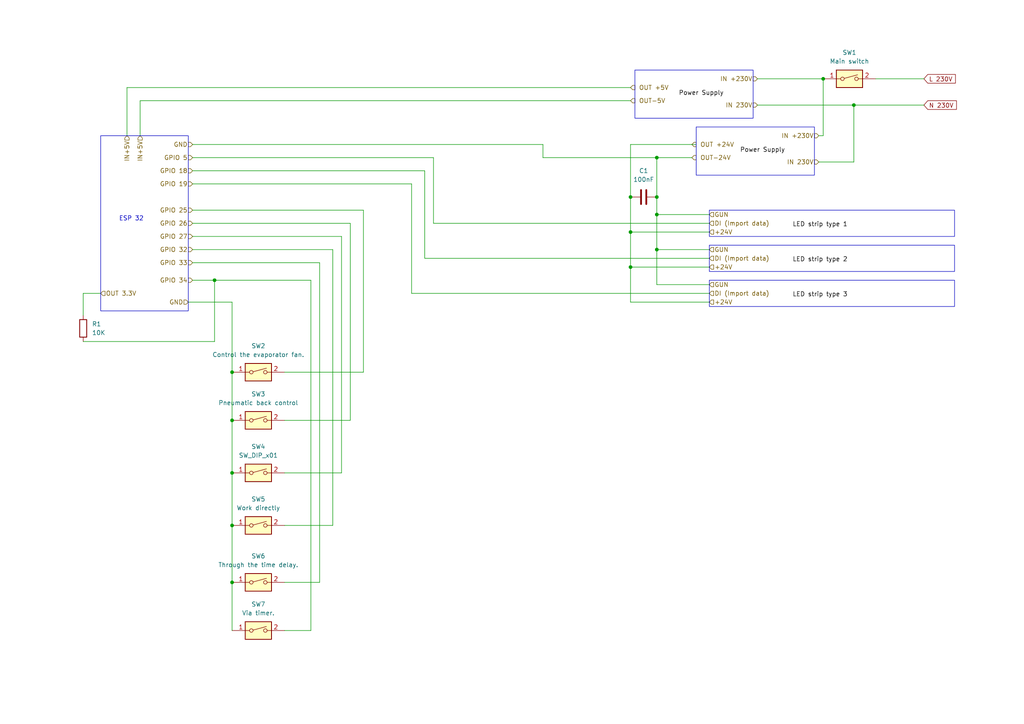
<source format=kicad_sch>
(kicad_sch
	(version 20250114)
	(generator "eeschema")
	(generator_version "9.0")
	(uuid "3c9ba3c8-1486-4435-b32a-1b4f60031999")
	(paper "A4")
	(lib_symbols
		(symbol "Device:C"
			(pin_numbers
				(hide yes)
			)
			(pin_names
				(offset 0.254)
			)
			(exclude_from_sim no)
			(in_bom yes)
			(on_board yes)
			(property "Reference" "C"
				(at 0.635 2.54 0)
				(effects
					(font
						(size 1.27 1.27)
					)
					(justify left)
				)
			)
			(property "Value" "C"
				(at 0.635 -2.54 0)
				(effects
					(font
						(size 1.27 1.27)
					)
					(justify left)
				)
			)
			(property "Footprint" ""
				(at 0.9652 -3.81 0)
				(effects
					(font
						(size 1.27 1.27)
					)
					(hide yes)
				)
			)
			(property "Datasheet" "~"
				(at 0 0 0)
				(effects
					(font
						(size 1.27 1.27)
					)
					(hide yes)
				)
			)
			(property "Description" "Unpolarized capacitor"
				(at 0 0 0)
				(effects
					(font
						(size 1.27 1.27)
					)
					(hide yes)
				)
			)
			(property "ki_keywords" "cap capacitor"
				(at 0 0 0)
				(effects
					(font
						(size 1.27 1.27)
					)
					(hide yes)
				)
			)
			(property "ki_fp_filters" "C_*"
				(at 0 0 0)
				(effects
					(font
						(size 1.27 1.27)
					)
					(hide yes)
				)
			)
			(symbol "C_0_1"
				(polyline
					(pts
						(xy -2.032 0.762) (xy 2.032 0.762)
					)
					(stroke
						(width 0.508)
						(type default)
					)
					(fill
						(type none)
					)
				)
				(polyline
					(pts
						(xy -2.032 -0.762) (xy 2.032 -0.762)
					)
					(stroke
						(width 0.508)
						(type default)
					)
					(fill
						(type none)
					)
				)
			)
			(symbol "C_1_1"
				(pin passive line
					(at 0 3.81 270)
					(length 2.794)
					(name "~"
						(effects
							(font
								(size 1.27 1.27)
							)
						)
					)
					(number "1"
						(effects
							(font
								(size 1.27 1.27)
							)
						)
					)
				)
				(pin passive line
					(at 0 -3.81 90)
					(length 2.794)
					(name "~"
						(effects
							(font
								(size 1.27 1.27)
							)
						)
					)
					(number "2"
						(effects
							(font
								(size 1.27 1.27)
							)
						)
					)
				)
			)
			(embedded_fonts no)
		)
		(symbol "Device:R"
			(pin_numbers
				(hide yes)
			)
			(pin_names
				(offset 0)
			)
			(exclude_from_sim no)
			(in_bom yes)
			(on_board yes)
			(property "Reference" "R"
				(at 2.032 0 90)
				(effects
					(font
						(size 1.27 1.27)
					)
				)
			)
			(property "Value" "R"
				(at 0 0 90)
				(effects
					(font
						(size 1.27 1.27)
					)
				)
			)
			(property "Footprint" ""
				(at -1.778 0 90)
				(effects
					(font
						(size 1.27 1.27)
					)
					(hide yes)
				)
			)
			(property "Datasheet" "~"
				(at 0 0 0)
				(effects
					(font
						(size 1.27 1.27)
					)
					(hide yes)
				)
			)
			(property "Description" "Resistor"
				(at 0 0 0)
				(effects
					(font
						(size 1.27 1.27)
					)
					(hide yes)
				)
			)
			(property "ki_keywords" "R res resistor"
				(at 0 0 0)
				(effects
					(font
						(size 1.27 1.27)
					)
					(hide yes)
				)
			)
			(property "ki_fp_filters" "R_*"
				(at 0 0 0)
				(effects
					(font
						(size 1.27 1.27)
					)
					(hide yes)
				)
			)
			(symbol "R_0_1"
				(rectangle
					(start -1.016 -2.54)
					(end 1.016 2.54)
					(stroke
						(width 0.254)
						(type default)
					)
					(fill
						(type none)
					)
				)
			)
			(symbol "R_1_1"
				(pin passive line
					(at 0 3.81 270)
					(length 1.27)
					(name "~"
						(effects
							(font
								(size 1.27 1.27)
							)
						)
					)
					(number "1"
						(effects
							(font
								(size 1.27 1.27)
							)
						)
					)
				)
				(pin passive line
					(at 0 -3.81 90)
					(length 1.27)
					(name "~"
						(effects
							(font
								(size 1.27 1.27)
							)
						)
					)
					(number "2"
						(effects
							(font
								(size 1.27 1.27)
							)
						)
					)
				)
			)
			(embedded_fonts no)
		)
		(symbol "Switch:SW_DIP_x01"
			(pin_names
				(offset 0)
				(hide yes)
			)
			(exclude_from_sim no)
			(in_bom yes)
			(on_board yes)
			(property "Reference" "SW"
				(at 0 3.81 0)
				(effects
					(font
						(size 1.27 1.27)
					)
				)
			)
			(property "Value" "SW_DIP_x01"
				(at 0 -3.81 0)
				(effects
					(font
						(size 1.27 1.27)
					)
				)
			)
			(property "Footprint" ""
				(at 0 0 0)
				(effects
					(font
						(size 1.27 1.27)
					)
					(hide yes)
				)
			)
			(property "Datasheet" "~"
				(at 0 0 0)
				(effects
					(font
						(size 1.27 1.27)
					)
					(hide yes)
				)
			)
			(property "Description" "1x DIP Switch, Single Pole Single Throw (SPST) switch, small symbol"
				(at 0 0 0)
				(effects
					(font
						(size 1.27 1.27)
					)
					(hide yes)
				)
			)
			(property "ki_keywords" "dip switch"
				(at 0 0 0)
				(effects
					(font
						(size 1.27 1.27)
					)
					(hide yes)
				)
			)
			(property "ki_fp_filters" "SW?DIP?x1*"
				(at 0 0 0)
				(effects
					(font
						(size 1.27 1.27)
					)
					(hide yes)
				)
			)
			(symbol "SW_DIP_x01_0_0"
				(circle
					(center -2.032 0)
					(radius 0.508)
					(stroke
						(width 0)
						(type default)
					)
					(fill
						(type none)
					)
				)
				(polyline
					(pts
						(xy -1.524 0.127) (xy 2.3622 1.1684)
					)
					(stroke
						(width 0)
						(type default)
					)
					(fill
						(type none)
					)
				)
				(circle
					(center 2.032 0)
					(radius 0.508)
					(stroke
						(width 0)
						(type default)
					)
					(fill
						(type none)
					)
				)
			)
			(symbol "SW_DIP_x01_0_1"
				(rectangle
					(start -3.81 2.54)
					(end 3.81 -2.54)
					(stroke
						(width 0.254)
						(type default)
					)
					(fill
						(type background)
					)
				)
			)
			(symbol "SW_DIP_x01_1_1"
				(pin passive line
					(at -7.62 0 0)
					(length 5.08)
					(name "~"
						(effects
							(font
								(size 1.27 1.27)
							)
						)
					)
					(number "1"
						(effects
							(font
								(size 1.27 1.27)
							)
						)
					)
				)
				(pin passive line
					(at 7.62 0 180)
					(length 5.08)
					(name "~"
						(effects
							(font
								(size 1.27 1.27)
							)
						)
					)
					(number "2"
						(effects
							(font
								(size 1.27 1.27)
							)
						)
					)
				)
			)
			(embedded_fonts no)
		)
	)
	(rectangle
		(start 29.21 39.37)
		(end 54.61 90.17)
		(stroke
			(width 0)
			(type default)
		)
		(fill
			(type none)
		)
		(uuid 33968942-4137-421b-8502-bc55c4e7d580)
	)
	(rectangle
		(start 184.15 20.32)
		(end 218.44 34.29)
		(stroke
			(width 0)
			(type default)
		)
		(fill
			(type none)
		)
		(uuid 51e69745-85c1-4f63-91cd-635d7395260f)
	)
	(rectangle
		(start 205.74 71.12)
		(end 276.86 78.74)
		(stroke
			(width 0)
			(type default)
		)
		(fill
			(type none)
		)
		(uuid a9cc072b-9639-466d-b10f-e06dc7ed204b)
	)
	(rectangle
		(start 205.74 81.28)
		(end 276.86 88.9)
		(stroke
			(width 0)
			(type default)
		)
		(fill
			(type none)
		)
		(uuid b0ef1977-ec14-439e-86ef-8e03b79ae8b2)
	)
	(rectangle
		(start 205.74 60.96)
		(end 276.86 68.58)
		(stroke
			(width 0)
			(type default)
		)
		(fill
			(type none)
		)
		(uuid b43179d3-fe9d-4ab9-b3bf-25ce8795254c)
	)
	(rectangle
		(start 201.93 36.83)
		(end 236.22 50.8)
		(stroke
			(width 0)
			(type default)
		)
		(fill
			(type none)
		)
		(uuid febe6514-fedf-4f13-864b-d5f2f42a4e1c)
	)
	(text "ESP 32\n"
		(exclude_from_sim no)
		(at 38.1 63.5 0)
		(effects
			(font
				(size 1.27 1.27)
			)
		)
		(uuid "b33a1c5e-d07e-4897-8b52-29f0bf803e5d")
	)
	(junction
		(at 238.76 22.86)
		(diameter 0)
		(color 0 0 0 0)
		(uuid "081c146c-412e-4626-8a3b-4f56b85d3740")
	)
	(junction
		(at 67.31 121.92)
		(diameter 0)
		(color 0 0 0 0)
		(uuid "1b973442-4dc5-4b1e-9c53-1814349e73da")
	)
	(junction
		(at 190.5 57.15)
		(diameter 0)
		(color 0 0 0 0)
		(uuid "37d111d6-8bf4-4b3b-a7ef-25e52c6e8d84")
	)
	(junction
		(at 190.5 62.23)
		(diameter 0)
		(color 0 0 0 0)
		(uuid "453702be-8b9b-4a54-951d-30ab4e2995cb")
	)
	(junction
		(at 67.31 137.16)
		(diameter 0)
		(color 0 0 0 0)
		(uuid "4a15b809-a25e-4aeb-988a-25cc87e617f5")
	)
	(junction
		(at 182.88 57.15)
		(diameter 0)
		(color 0 0 0 0)
		(uuid "4d463fce-0802-4d26-b395-fd038518da1c")
	)
	(junction
		(at 182.88 77.47)
		(diameter 0)
		(color 0 0 0 0)
		(uuid "5da33ba0-830c-4554-8815-b7100acc9cdf")
	)
	(junction
		(at 190.5 72.39)
		(diameter 0)
		(color 0 0 0 0)
		(uuid "91faeff1-b70b-4f76-9c6d-754565d1cec1")
	)
	(junction
		(at 67.31 152.4)
		(diameter 0)
		(color 0 0 0 0)
		(uuid "a6c64071-223c-4e14-9d78-5ec32584baf2")
	)
	(junction
		(at 67.31 107.95)
		(diameter 0)
		(color 0 0 0 0)
		(uuid "ab88ae81-e5b6-4813-b776-713ee83c6df4")
	)
	(junction
		(at 182.88 67.31)
		(diameter 0)
		(color 0 0 0 0)
		(uuid "c2ef351b-1b1a-45bf-aa9e-63b3e985c550")
	)
	(junction
		(at 190.5 45.72)
		(diameter 0)
		(color 0 0 0 0)
		(uuid "c34ec605-9828-44e2-957e-4c14be2d21ba")
	)
	(junction
		(at 67.31 168.91)
		(diameter 0)
		(color 0 0 0 0)
		(uuid "d277a8c1-394e-4d1e-b3ed-1db75df8a7db")
	)
	(junction
		(at 62.23 81.28)
		(diameter 0)
		(color 0 0 0 0)
		(uuid "da4fcf07-833d-4724-89ac-65ec8e34e79d")
	)
	(junction
		(at 247.65 30.48)
		(diameter 0)
		(color 0 0 0 0)
		(uuid "fb3c62c2-78d3-4a1b-9094-d1b36bcaad3e")
	)
	(wire
		(pts
			(xy 238.76 39.37) (xy 238.76 22.86)
		)
		(stroke
			(width 0)
			(type default)
		)
		(uuid "01aad095-be3f-4338-a39d-5163bceb116b")
	)
	(wire
		(pts
			(xy 62.23 99.06) (xy 62.23 81.28)
		)
		(stroke
			(width 0)
			(type default)
		)
		(uuid "06ba4dbe-8a64-4476-84c9-ea6ae0f7e897")
	)
	(wire
		(pts
			(xy 55.88 72.39) (xy 96.52 72.39)
		)
		(stroke
			(width 0)
			(type default)
		)
		(uuid "0977c41b-0c95-4811-9220-3d0aa4d15978")
	)
	(wire
		(pts
			(xy 55.88 49.53) (xy 123.19 49.53)
		)
		(stroke
			(width 0)
			(type default)
		)
		(uuid "1389e1c5-1238-4dd2-a6bc-361d31bcb9f2")
	)
	(wire
		(pts
			(xy 55.88 68.58) (xy 99.06 68.58)
		)
		(stroke
			(width 0)
			(type default)
		)
		(uuid "1606c5e6-a99e-4a80-96c7-900e677bba1e")
	)
	(wire
		(pts
			(xy 90.17 182.88) (xy 82.55 182.88)
		)
		(stroke
			(width 0)
			(type default)
		)
		(uuid "185d13ed-8b93-4942-8fa3-9d998b6530d6")
	)
	(wire
		(pts
			(xy 125.73 64.77) (xy 205.74 64.77)
		)
		(stroke
			(width 0)
			(type default)
		)
		(uuid "19b0f793-0db0-46fb-acfb-1f8e0f9eb212")
	)
	(wire
		(pts
			(xy 101.6 64.77) (xy 101.6 121.92)
		)
		(stroke
			(width 0)
			(type default)
		)
		(uuid "1da8042b-7ce2-4ad4-991d-e0e9ec40f0db")
	)
	(wire
		(pts
			(xy 54.61 87.63) (xy 67.31 87.63)
		)
		(stroke
			(width 0)
			(type default)
		)
		(uuid "2239480e-4497-4026-9ffa-37a591858b07")
	)
	(wire
		(pts
			(xy 55.88 81.28) (xy 62.23 81.28)
		)
		(stroke
			(width 0)
			(type default)
		)
		(uuid "24d84f97-026a-44f8-b995-e30caf7d1b93")
	)
	(wire
		(pts
			(xy 55.88 76.2) (xy 92.71 76.2)
		)
		(stroke
			(width 0)
			(type default)
		)
		(uuid "27a9a4a6-6b36-427a-8379-27cd69de1900")
	)
	(wire
		(pts
			(xy 247.65 30.48) (xy 267.97 30.48)
		)
		(stroke
			(width 0)
			(type default)
		)
		(uuid "2f31ea64-3fc7-490a-8a05-e424319b07ff")
	)
	(wire
		(pts
			(xy 182.88 87.63) (xy 205.74 87.63)
		)
		(stroke
			(width 0)
			(type default)
		)
		(uuid "328ac5fe-58e0-4c65-8a19-52d1853b7309")
	)
	(wire
		(pts
			(xy 190.5 62.23) (xy 190.5 72.39)
		)
		(stroke
			(width 0)
			(type default)
		)
		(uuid "36d813b7-a443-436b-9e6d-c17706895fc6")
	)
	(wire
		(pts
			(xy 190.5 82.55) (xy 205.74 82.55)
		)
		(stroke
			(width 0)
			(type default)
		)
		(uuid "3a1323cb-3f52-41ab-a534-ed373c630041")
	)
	(wire
		(pts
			(xy 92.71 76.2) (xy 92.71 168.91)
		)
		(stroke
			(width 0)
			(type default)
		)
		(uuid "3c4f0695-d01c-4abd-be77-4e5f8195e663")
	)
	(wire
		(pts
			(xy 190.5 45.72) (xy 190.5 57.15)
		)
		(stroke
			(width 0)
			(type default)
		)
		(uuid "3d130b08-cd9d-41a2-9f39-6db678f42179")
	)
	(wire
		(pts
			(xy 247.65 30.48) (xy 247.65 46.99)
		)
		(stroke
			(width 0)
			(type default)
		)
		(uuid "3df9592b-de45-4937-8bd9-a22d687cf14d")
	)
	(wire
		(pts
			(xy 40.64 29.21) (xy 40.64 39.37)
		)
		(stroke
			(width 0)
			(type default)
		)
		(uuid "403a196a-db7e-4514-b6ba-94497acd9196")
	)
	(wire
		(pts
			(xy 125.73 45.72) (xy 125.73 64.77)
		)
		(stroke
			(width 0)
			(type default)
		)
		(uuid "417a7c69-6c09-4320-81a0-32b90fa10d4f")
	)
	(wire
		(pts
			(xy 205.74 62.23) (xy 190.5 62.23)
		)
		(stroke
			(width 0)
			(type default)
		)
		(uuid "4ae74f98-b480-4907-904d-404d6d4f4a9f")
	)
	(wire
		(pts
			(xy 182.88 67.31) (xy 182.88 77.47)
		)
		(stroke
			(width 0)
			(type default)
		)
		(uuid "4c206bec-8907-4d21-90b4-3c0a436a8c6c")
	)
	(wire
		(pts
			(xy 190.5 72.39) (xy 205.74 72.39)
		)
		(stroke
			(width 0)
			(type default)
		)
		(uuid "4e0dec65-b012-4a84-8f82-8a016b7e957e")
	)
	(wire
		(pts
			(xy 157.48 45.72) (xy 157.48 41.91)
		)
		(stroke
			(width 0)
			(type default)
		)
		(uuid "5205e599-4cbc-4813-8377-03b8360384e6")
	)
	(wire
		(pts
			(xy 105.41 107.95) (xy 82.55 107.95)
		)
		(stroke
			(width 0)
			(type default)
		)
		(uuid "58d02f3d-c43c-45ea-8171-667ce4756bb8")
	)
	(wire
		(pts
			(xy 55.88 60.96) (xy 105.41 60.96)
		)
		(stroke
			(width 0)
			(type default)
		)
		(uuid "5c9e9e8f-1191-4370-ae0b-03cca3a17309")
	)
	(wire
		(pts
			(xy 96.52 72.39) (xy 96.52 152.4)
		)
		(stroke
			(width 0)
			(type default)
		)
		(uuid "5f153a8d-a97d-480b-8e04-fd3e4102f62e")
	)
	(wire
		(pts
			(xy 24.13 99.06) (xy 62.23 99.06)
		)
		(stroke
			(width 0)
			(type default)
		)
		(uuid "5f758b78-228d-44f9-904c-932d268f6a86")
	)
	(wire
		(pts
			(xy 119.38 53.34) (xy 119.38 85.09)
		)
		(stroke
			(width 0)
			(type default)
		)
		(uuid "6e648ab8-31fd-43ed-97a5-a35402fb26fa")
	)
	(wire
		(pts
			(xy 62.23 81.28) (xy 90.17 81.28)
		)
		(stroke
			(width 0)
			(type default)
		)
		(uuid "709dcb90-c462-4ddd-8f3d-67fedf425838")
	)
	(wire
		(pts
			(xy 238.76 39.37) (xy 237.49 39.37)
		)
		(stroke
			(width 0)
			(type default)
		)
		(uuid "7175a8a6-3586-4aa5-be41-e27418cbfb0d")
	)
	(wire
		(pts
			(xy 182.88 41.91) (xy 182.88 57.15)
		)
		(stroke
			(width 0)
			(type default)
		)
		(uuid "73a9c382-d8a7-428a-b897-7b8d8ad16bf9")
	)
	(wire
		(pts
			(xy 200.66 45.72) (xy 190.5 45.72)
		)
		(stroke
			(width 0)
			(type default)
		)
		(uuid "742acb3a-3d04-4968-b220-1e0dedcb1cac")
	)
	(wire
		(pts
			(xy 67.31 137.16) (xy 67.31 121.92)
		)
		(stroke
			(width 0)
			(type default)
		)
		(uuid "79693ac5-cfab-4993-a8fc-0082ba3ba904")
	)
	(wire
		(pts
			(xy 55.88 53.34) (xy 119.38 53.34)
		)
		(stroke
			(width 0)
			(type default)
		)
		(uuid "7ba3c954-ce34-416e-a817-c7880db16793")
	)
	(wire
		(pts
			(xy 55.88 45.72) (xy 125.73 45.72)
		)
		(stroke
			(width 0)
			(type default)
		)
		(uuid "7bd93ae2-66e3-4945-ba29-2d9f927705c8")
	)
	(wire
		(pts
			(xy 190.5 45.72) (xy 157.48 45.72)
		)
		(stroke
			(width 0)
			(type default)
		)
		(uuid "7cee2caf-e1a0-4140-84cf-b9e11ef7c802")
	)
	(wire
		(pts
			(xy 67.31 168.91) (xy 67.31 182.88)
		)
		(stroke
			(width 0)
			(type default)
		)
		(uuid "7ef2d54c-6933-4d0f-9576-51e5f1541fea")
	)
	(wire
		(pts
			(xy 119.38 85.09) (xy 205.74 85.09)
		)
		(stroke
			(width 0)
			(type default)
		)
		(uuid "7f8c4f4b-1e75-4d1f-b38b-2e1d393a30a3")
	)
	(wire
		(pts
			(xy 182.88 25.4) (xy 36.83 25.4)
		)
		(stroke
			(width 0)
			(type default)
		)
		(uuid "839b7cf4-9c0a-4cc9-b559-1ef9c1490c5f")
	)
	(wire
		(pts
			(xy 105.41 60.96) (xy 105.41 107.95)
		)
		(stroke
			(width 0)
			(type default)
		)
		(uuid "930b41c5-15fa-46b9-b0e2-9c94cd42e933")
	)
	(wire
		(pts
			(xy 219.71 22.86) (xy 238.76 22.86)
		)
		(stroke
			(width 0)
			(type default)
		)
		(uuid "978603bc-b506-48c5-8da1-964601ef52ce")
	)
	(wire
		(pts
			(xy 55.88 64.77) (xy 101.6 64.77)
		)
		(stroke
			(width 0)
			(type default)
		)
		(uuid "997c770f-84f3-4e9b-92a2-a5ba0790c20f")
	)
	(wire
		(pts
			(xy 157.48 41.91) (xy 55.88 41.91)
		)
		(stroke
			(width 0)
			(type default)
		)
		(uuid "9bbe3a2f-56dc-4542-a941-953069dcc664")
	)
	(wire
		(pts
			(xy 182.88 77.47) (xy 205.74 77.47)
		)
		(stroke
			(width 0)
			(type default)
		)
		(uuid "9bd24106-6ecb-4e7d-b782-6537ddff966e")
	)
	(wire
		(pts
			(xy 190.5 62.23) (xy 190.5 57.15)
		)
		(stroke
			(width 0)
			(type default)
		)
		(uuid "9e3d9fee-63d1-48b8-a381-9928bcd37306")
	)
	(wire
		(pts
			(xy 29.21 85.09) (xy 24.13 85.09)
		)
		(stroke
			(width 0)
			(type default)
		)
		(uuid "a02756cd-a8a2-41c0-9011-ec75364ad243")
	)
	(wire
		(pts
			(xy 237.49 46.99) (xy 247.65 46.99)
		)
		(stroke
			(width 0)
			(type default)
		)
		(uuid "a1caae11-58b6-4e45-8e19-d000272d002e")
	)
	(wire
		(pts
			(xy 254 22.86) (xy 267.97 22.86)
		)
		(stroke
			(width 0)
			(type default)
		)
		(uuid "a2607097-5683-4184-a673-bce6de7f6e12")
	)
	(wire
		(pts
			(xy 90.17 81.28) (xy 90.17 182.88)
		)
		(stroke
			(width 0)
			(type default)
		)
		(uuid "a530b157-7544-4cb6-be18-e1c68904b9a1")
	)
	(wire
		(pts
			(xy 201.93 41.91) (xy 182.88 41.91)
		)
		(stroke
			(width 0)
			(type default)
		)
		(uuid "b0d704c5-7988-40c2-b125-ac3f731b9317")
	)
	(wire
		(pts
			(xy 190.5 72.39) (xy 190.5 82.55)
		)
		(stroke
			(width 0)
			(type default)
		)
		(uuid "b3d644ae-78c9-4051-902a-4e251da64487")
	)
	(wire
		(pts
			(xy 67.31 121.92) (xy 67.31 107.95)
		)
		(stroke
			(width 0)
			(type default)
		)
		(uuid "b6d8f70e-9c81-4727-92a3-51346a395695")
	)
	(wire
		(pts
			(xy 247.65 30.48) (xy 219.71 30.48)
		)
		(stroke
			(width 0)
			(type default)
		)
		(uuid "b81b7fd0-38f5-4f93-9245-3209754295f2")
	)
	(wire
		(pts
			(xy 123.19 49.53) (xy 123.19 74.93)
		)
		(stroke
			(width 0)
			(type default)
		)
		(uuid "bb50772f-893e-449b-8f31-f3e5eb074db2")
	)
	(wire
		(pts
			(xy 67.31 152.4) (xy 67.31 168.91)
		)
		(stroke
			(width 0)
			(type default)
		)
		(uuid "bb75adaf-5a84-4edc-adf8-f6f454a658fb")
	)
	(wire
		(pts
			(xy 24.13 85.09) (xy 24.13 91.44)
		)
		(stroke
			(width 0)
			(type default)
		)
		(uuid "c7005fbe-ddd0-4cbb-a628-e2aaaa2dedc6")
	)
	(wire
		(pts
			(xy 123.19 74.93) (xy 205.74 74.93)
		)
		(stroke
			(width 0)
			(type default)
		)
		(uuid "cc580d70-6a1a-45b5-aa3e-b5d04012609a")
	)
	(wire
		(pts
			(xy 92.71 168.91) (xy 82.55 168.91)
		)
		(stroke
			(width 0)
			(type default)
		)
		(uuid "cc7dcbb0-9be2-4229-b7f6-e6c7b0d9c7d1")
	)
	(wire
		(pts
			(xy 36.83 25.4) (xy 36.83 39.37)
		)
		(stroke
			(width 0)
			(type default)
		)
		(uuid "d42bcca1-2941-4fe5-bcb9-b6134b1d1c03")
	)
	(wire
		(pts
			(xy 99.06 68.58) (xy 99.06 137.16)
		)
		(stroke
			(width 0)
			(type default)
		)
		(uuid "d7584309-f708-4127-8177-04e1da20886b")
	)
	(wire
		(pts
			(xy 182.88 29.21) (xy 40.64 29.21)
		)
		(stroke
			(width 0)
			(type default)
		)
		(uuid "da364c05-1cd9-4513-8ad3-3516ca1aa6bf")
	)
	(wire
		(pts
			(xy 182.88 57.15) (xy 182.88 67.31)
		)
		(stroke
			(width 0)
			(type default)
		)
		(uuid "e1cf61d8-def2-437d-bf7a-94afa90bd025")
	)
	(wire
		(pts
			(xy 182.88 67.31) (xy 205.74 67.31)
		)
		(stroke
			(width 0)
			(type default)
		)
		(uuid "e54951b9-07f8-47ce-8f2d-0233cf136685")
	)
	(wire
		(pts
			(xy 67.31 137.16) (xy 67.31 152.4)
		)
		(stroke
			(width 0)
			(type default)
		)
		(uuid "e99680c8-b79f-4943-a27b-83cd93c405a8")
	)
	(wire
		(pts
			(xy 96.52 152.4) (xy 82.55 152.4)
		)
		(stroke
			(width 0)
			(type default)
		)
		(uuid "f0ca3330-6eeb-419d-81e3-987acfe071aa")
	)
	(wire
		(pts
			(xy 101.6 121.92) (xy 82.55 121.92)
		)
		(stroke
			(width 0)
			(type default)
		)
		(uuid "f51f351b-3bd5-460e-afbf-f2e82f9fd2e9")
	)
	(wire
		(pts
			(xy 67.31 87.63) (xy 67.31 107.95)
		)
		(stroke
			(width 0)
			(type default)
		)
		(uuid "fc0acce9-c249-421d-b177-269aaba6ab6e")
	)
	(wire
		(pts
			(xy 99.06 137.16) (xy 82.55 137.16)
		)
		(stroke
			(width 0)
			(type default)
		)
		(uuid "fce47f24-05b7-4133-b23f-933d98d5c319")
	)
	(wire
		(pts
			(xy 182.88 77.47) (xy 182.88 87.63)
		)
		(stroke
			(width 0)
			(type default)
		)
		(uuid "ffdea26d-1431-4913-8a90-73c084b3084a")
	)
	(label "LED strip type 3"
		(at 229.87 86.36 0)
		(effects
			(font
				(size 1.27 1.27)
			)
			(justify left bottom)
		)
		(uuid "41d22e8e-52fb-46ac-8a4c-e3486dd8b2d9")
	)
	(label "LED strip type 2"
		(at 229.87 76.2 0)
		(effects
			(font
				(size 1.27 1.27)
			)
			(justify left bottom)
		)
		(uuid "48cecdbd-8003-4394-897d-12669747f609")
	)
	(label "Power Supply"
		(at 196.85 27.94 0)
		(effects
			(font
				(size 1.27 1.27)
			)
			(justify left bottom)
		)
		(uuid "98613c8b-fc0f-43e4-a18d-9d3afc582ee5")
	)
	(label "Power Supply"
		(at 214.63 44.45 0)
		(effects
			(font
				(size 1.27 1.27)
			)
			(justify left bottom)
		)
		(uuid "c896bdc2-1102-4b57-b7da-70bc7f20c2c5")
	)
	(label "LED strip type 1"
		(at 229.87 66.04 0)
		(effects
			(font
				(size 1.27 1.27)
			)
			(justify left bottom)
		)
		(uuid "ff9c83eb-54ec-4741-b475-cfacf4344969")
	)
	(global_label "L 230V"
		(shape input)
		(at 267.97 22.86 0)
		(fields_autoplaced yes)
		(effects
			(font
				(size 1.27 1.27)
			)
			(justify left)
		)
		(uuid "129cc18c-dc3d-4bb6-9bc2-36f89996cc5c")
		(property "Intersheetrefs" "${INTERSHEET_REFS}"
			(at 277.668 22.86 0)
			(effects
				(font
					(size 1.27 1.27)
				)
				(justify left)
				(hide yes)
			)
		)
	)
	(global_label "N 230V"
		(shape input)
		(at 267.97 30.48 0)
		(fields_autoplaced yes)
		(effects
			(font
				(size 1.27 1.27)
			)
			(justify left)
		)
		(uuid "542caf47-7834-4a8a-810a-c8ec568d8919")
		(property "Intersheetrefs" "${INTERSHEET_REFS}"
			(at 277.9704 30.48 0)
			(effects
				(font
					(size 1.27 1.27)
				)
				(justify left)
				(hide yes)
			)
		)
	)
	(hierarchical_label "GPIO 32"
		(shape input)
		(at 55.88 72.39 180)
		(effects
			(font
				(size 1.27 1.27)
			)
			(justify right)
		)
		(uuid "012a7f6f-7032-4314-8495-7a3b8546e499")
	)
	(hierarchical_label " OUT +24V"
		(shape input)
		(at 200.66 41.91 0)
		(effects
			(font
				(size 1.27 1.27)
			)
			(justify left)
		)
		(uuid "051ea662-ee44-4953-8a8e-facf1e9f2bdd")
	)
	(hierarchical_label "DI (Import data)"
		(shape input)
		(at 205.74 74.93 0)
		(effects
			(font
				(size 1.27 1.27)
			)
			(justify left)
		)
		(uuid "0c142b27-cff6-4b74-8583-5d704b87ae87")
	)
	(hierarchical_label "GPIO 34"
		(shape input)
		(at 55.88 81.28 180)
		(effects
			(font
				(size 1.27 1.27)
			)
			(justify right)
		)
		(uuid "0f2ea3a1-70b1-4d24-904b-8fd8561597fe")
	)
	(hierarchical_label " OUT-24V"
		(shape input)
		(at 200.66 45.72 0)
		(effects
			(font
				(size 1.27 1.27)
			)
			(justify left)
		)
		(uuid "1513f374-b388-462f-9bf3-c4f7a6f0c822")
	)
	(hierarchical_label "GPIO 33"
		(shape input)
		(at 55.88 76.2 180)
		(effects
			(font
				(size 1.27 1.27)
			)
			(justify right)
		)
		(uuid "2a1410ed-760e-4e9c-a55c-a62d448a8f1c")
	)
	(hierarchical_label " IN +230V"
		(shape input)
		(at 219.71 22.86 180)
		(effects
			(font
				(size 1.27 1.27)
			)
			(justify right)
		)
		(uuid "3478bebe-37b8-4644-a684-21b793eb7697")
	)
	(hierarchical_label "GPIO 5"
		(shape input)
		(at 55.88 45.72 180)
		(effects
			(font
				(size 1.27 1.27)
			)
			(justify right)
		)
		(uuid "498fd987-87b8-4990-ab5a-ac34e6f8aca7")
	)
	(hierarchical_label " OUT-5V"
		(shape input)
		(at 182.88 29.21 0)
		(effects
			(font
				(size 1.27 1.27)
			)
			(justify left)
		)
		(uuid "4a422bb3-f8fb-4f55-b803-b17a0f6f4142")
	)
	(hierarchical_label "GND"
		(shape input)
		(at 54.61 87.63 180)
		(effects
			(font
				(size 1.27 1.27)
			)
			(justify right)
		)
		(uuid "4bee7b51-cdd5-4c22-80fa-bcfcf7bf5878")
	)
	(hierarchical_label "+24V"
		(shape input)
		(at 205.74 67.31 0)
		(effects
			(font
				(size 1.27 1.27)
			)
			(justify left)
		)
		(uuid "4cff1909-ed81-4692-9f12-91f76c230bc3")
	)
	(hierarchical_label "GUN"
		(shape input)
		(at 205.74 62.23 0)
		(effects
			(font
				(size 1.27 1.27)
			)
			(justify left)
		)
		(uuid "6810ad1a-5ad1-4e07-bc6e-5cab02692460")
	)
	(hierarchical_label "DI (Import data)"
		(shape input)
		(at 205.74 85.09 0)
		(effects
			(font
				(size 1.27 1.27)
			)
			(justify left)
		)
		(uuid "689ab7a8-5058-4f7f-9454-51b036fee701")
	)
	(hierarchical_label "GPIO 18"
		(shape input)
		(at 55.88 49.53 180)
		(effects
			(font
				(size 1.27 1.27)
			)
			(justify right)
		)
		(uuid "69ae80ef-6f95-4616-9197-ddfb8e883979")
	)
	(hierarchical_label " IN+5V"
		(shape input)
		(at 40.64 39.37 270)
		(effects
			(font
				(size 1.27 1.27)
			)
			(justify right)
		)
		(uuid "7b5c2431-5137-4a9d-b445-9d8022e91653")
	)
	(hierarchical_label " IN +230V"
		(shape input)
		(at 237.49 39.37 180)
		(effects
			(font
				(size 1.27 1.27)
			)
			(justify right)
		)
		(uuid "809eee7d-c425-4b7b-b34e-6ab5110d70a5")
	)
	(hierarchical_label "OUT 3.3V"
		(shape input)
		(at 29.21 85.09 0)
		(effects
			(font
				(size 1.27 1.27)
			)
			(justify left)
		)
		(uuid "86874014-9b44-48bb-b0b6-51053c24ae3b")
	)
	(hierarchical_label " OUT +5V"
		(shape input)
		(at 182.88 25.4 0)
		(effects
			(font
				(size 1.27 1.27)
			)
			(justify left)
		)
		(uuid "87dbb1ba-fce0-454f-8291-fc3d755bed43")
	)
	(hierarchical_label "+24V"
		(shape input)
		(at 205.74 77.47 0)
		(effects
			(font
				(size 1.27 1.27)
			)
			(justify left)
		)
		(uuid "8c2bf015-38ba-4a3a-88b9-c4eafb3dcae6")
	)
	(hierarchical_label "GND"
		(shape input)
		(at 55.88 41.91 180)
		(effects
			(font
				(size 1.27 1.27)
			)
			(justify right)
		)
		(uuid "9d087144-c6c5-4ac6-8252-347e12d0c1ec")
	)
	(hierarchical_label "GPIO 19"
		(shape input)
		(at 55.88 53.34 180)
		(effects
			(font
				(size 1.27 1.27)
			)
			(justify right)
		)
		(uuid "a72ad59e-1509-477c-87e7-6da2fce8f4e7")
	)
	(hierarchical_label "DI (Import data)"
		(shape input)
		(at 205.74 64.77 0)
		(effects
			(font
				(size 1.27 1.27)
			)
			(justify left)
		)
		(uuid "b1aa2f6f-72d7-4529-a2e3-258618ba85a0")
	)
	(hierarchical_label "+24V"
		(shape input)
		(at 205.74 87.63 0)
		(effects
			(font
				(size 1.27 1.27)
			)
			(justify left)
		)
		(uuid "b7d3ed48-6e62-4658-ac56-aae3210212d5")
	)
	(hierarchical_label "GPIO 25"
		(shape input)
		(at 55.88 60.96 180)
		(effects
			(font
				(size 1.27 1.27)
			)
			(justify right)
		)
		(uuid "c231357c-6023-47c6-8b4d-9c21d67645a0")
	)
	(hierarchical_label "GPIO 26"
		(shape input)
		(at 55.88 64.77 180)
		(effects
			(font
				(size 1.27 1.27)
			)
			(justify right)
		)
		(uuid "cb632221-a499-4373-9096-7ec698a2e21e")
	)
	(hierarchical_label " IN+5V"
		(shape input)
		(at 36.83 39.37 270)
		(effects
			(font
				(size 1.27 1.27)
			)
			(justify right)
		)
		(uuid "cdf5c726-f276-4140-9be0-8200521f41ce")
	)
	(hierarchical_label "GUN"
		(shape input)
		(at 205.74 72.39 0)
		(effects
			(font
				(size 1.27 1.27)
			)
			(justify left)
		)
		(uuid "defeb1d1-4919-4d75-bef1-8e31e1341ea7")
	)
	(hierarchical_label "GUN"
		(shape input)
		(at 205.74 82.55 0)
		(effects
			(font
				(size 1.27 1.27)
			)
			(justify left)
		)
		(uuid "e0287d99-e9da-4688-b4b1-7907f5911e53")
	)
	(hierarchical_label " IN 230V"
		(shape input)
		(at 237.49 46.99 180)
		(effects
			(font
				(size 1.27 1.27)
			)
			(justify right)
		)
		(uuid "e300d7a4-56cc-463c-a51c-8930e446dbd9")
	)
	(hierarchical_label "GPIO 27"
		(shape input)
		(at 55.88 68.58 180)
		(effects
			(font
				(size 1.27 1.27)
			)
			(justify right)
		)
		(uuid "f696213e-9b50-431e-b8fa-994f31489456")
	)
	(hierarchical_label " IN 230V"
		(shape input)
		(at 219.71 30.48 180)
		(effects
			(font
				(size 1.27 1.27)
			)
			(justify right)
		)
		(uuid "f87eb657-19e8-49a6-954a-00492935f0a3")
	)
	(symbol
		(lib_id "Device:R")
		(at 24.13 95.25 0)
		(unit 1)
		(exclude_from_sim no)
		(in_bom yes)
		(on_board yes)
		(dnp no)
		(fields_autoplaced yes)
		(uuid "1cdcd869-aa3f-4133-a978-c10e0265e29e")
		(property "Reference" "R1"
			(at 26.67 93.9799 0)
			(effects
				(font
					(size 1.27 1.27)
				)
				(justify left)
			)
		)
		(property "Value" "10K"
			(at 26.67 96.5199 0)
			(effects
				(font
					(size 1.27 1.27)
				)
				(justify left)
			)
		)
		(property "Footprint" ""
			(at 22.352 95.25 90)
			(effects
				(font
					(size 1.27 1.27)
				)
				(hide yes)
			)
		)
		(property "Datasheet" "~"
			(at 24.13 95.25 0)
			(effects
				(font
					(size 1.27 1.27)
				)
				(hide yes)
			)
		)
		(property "Description" "Resistor"
			(at 24.13 95.25 0)
			(effects
				(font
					(size 1.27 1.27)
				)
				(hide yes)
			)
		)
		(pin "1"
			(uuid "4faa4fac-5269-479c-9334-d6cfc54de355")
		)
		(pin "2"
			(uuid "01e7186f-f667-4217-9d0a-5e769acd32d8")
		)
		(instances
			(project ""
				(path "/3c9ba3c8-1486-4435-b32a-1b4f60031999"
					(reference "R1")
					(unit 1)
				)
			)
		)
	)
	(symbol
		(lib_id "Switch:SW_DIP_x01")
		(at 246.38 22.86 0)
		(unit 1)
		(exclude_from_sim no)
		(in_bom yes)
		(on_board yes)
		(dnp no)
		(fields_autoplaced yes)
		(uuid "2bbd85c6-0c92-4f59-ab04-662a5973c99d")
		(property "Reference" "SW1"
			(at 246.38 15.24 0)
			(effects
				(font
					(size 1.27 1.27)
				)
			)
		)
		(property "Value" "Main switch"
			(at 246.38 17.78 0)
			(effects
				(font
					(size 1.27 1.27)
				)
			)
		)
		(property "Footprint" ""
			(at 246.38 22.86 0)
			(effects
				(font
					(size 1.27 1.27)
				)
				(hide yes)
			)
		)
		(property "Datasheet" "~"
			(at 246.38 22.86 0)
			(effects
				(font
					(size 1.27 1.27)
				)
				(hide yes)
			)
		)
		(property "Description" "1x DIP Switch, Single Pole Single Throw (SPST) switch, small symbol"
			(at 246.38 22.86 0)
			(effects
				(font
					(size 1.27 1.27)
				)
				(hide yes)
			)
		)
		(pin "2"
			(uuid "edffdfb2-0edf-4993-9fbd-df17156d8146")
		)
		(pin "1"
			(uuid "6d5beec7-9491-4ae1-bc61-37d0387fae8d")
		)
		(instances
			(project ""
				(path "/3c9ba3c8-1486-4435-b32a-1b4f60031999"
					(reference "SW1")
					(unit 1)
				)
			)
		)
	)
	(symbol
		(lib_id "Switch:SW_DIP_x01")
		(at 74.93 121.92 0)
		(unit 1)
		(exclude_from_sim no)
		(in_bom yes)
		(on_board yes)
		(dnp no)
		(fields_autoplaced yes)
		(uuid "7921f7fe-d1c8-4dff-9e8b-efdc7e365c36")
		(property "Reference" "SW3"
			(at 74.93 114.3 0)
			(effects
				(font
					(size 1.27 1.27)
				)
			)
		)
		(property "Value" "Pneumatic back control"
			(at 74.93 116.84 0)
			(effects
				(font
					(size 1.27 1.27)
				)
			)
		)
		(property "Footprint" ""
			(at 74.93 121.92 0)
			(effects
				(font
					(size 1.27 1.27)
				)
				(hide yes)
			)
		)
		(property "Datasheet" "~"
			(at 74.93 121.92 0)
			(effects
				(font
					(size 1.27 1.27)
				)
				(hide yes)
			)
		)
		(property "Description" "1x DIP Switch, Single Pole Single Throw (SPST) switch, small symbol"
			(at 74.93 121.92 0)
			(effects
				(font
					(size 1.27 1.27)
				)
				(hide yes)
			)
		)
		(pin "2"
			(uuid "fb44dd44-0aae-4f7f-b6af-9ce57b1c1e3c")
		)
		(pin "1"
			(uuid "bcef5d29-d83e-4871-a328-72c362994d31")
		)
		(instances
			(project "ไดอะแกรมการเดินไฟ"
				(path "/3c9ba3c8-1486-4435-b32a-1b4f60031999"
					(reference "SW3")
					(unit 1)
				)
			)
		)
	)
	(symbol
		(lib_id "Switch:SW_DIP_x01")
		(at 74.93 152.4 0)
		(unit 1)
		(exclude_from_sim no)
		(in_bom yes)
		(on_board yes)
		(dnp no)
		(fields_autoplaced yes)
		(uuid "7afe62c7-e528-4047-b0fa-d512019db0b9")
		(property "Reference" "SW5"
			(at 74.93 144.78 0)
			(effects
				(font
					(size 1.27 1.27)
				)
			)
		)
		(property "Value" "Work directly"
			(at 74.93 147.32 0)
			(effects
				(font
					(size 1.27 1.27)
				)
			)
		)
		(property "Footprint" ""
			(at 74.93 152.4 0)
			(effects
				(font
					(size 1.27 1.27)
				)
				(hide yes)
			)
		)
		(property "Datasheet" "~"
			(at 74.93 152.4 0)
			(effects
				(font
					(size 1.27 1.27)
				)
				(hide yes)
			)
		)
		(property "Description" "1x DIP Switch, Single Pole Single Throw (SPST) switch, small symbol"
			(at 74.93 152.4 0)
			(effects
				(font
					(size 1.27 1.27)
				)
				(hide yes)
			)
		)
		(pin "2"
			(uuid "0e11be93-c5d4-4fed-ab1d-139681b541c9")
		)
		(pin "1"
			(uuid "e0791c2b-e0ad-49b1-9e6d-67c1e51c30a8")
		)
		(instances
			(project "ไดอะแกรมการเดินไฟ"
				(path "/3c9ba3c8-1486-4435-b32a-1b4f60031999"
					(reference "SW5")
					(unit 1)
				)
			)
		)
	)
	(symbol
		(lib_id "Device:C")
		(at 186.69 57.15 90)
		(unit 1)
		(exclude_from_sim no)
		(in_bom yes)
		(on_board yes)
		(dnp no)
		(fields_autoplaced yes)
		(uuid "81d16b58-4511-4833-88d6-c61a3aaed64e")
		(property "Reference" "C1"
			(at 186.69 49.53 90)
			(effects
				(font
					(size 1.27 1.27)
				)
			)
		)
		(property "Value" "100nF"
			(at 186.69 52.07 90)
			(effects
				(font
					(size 1.27 1.27)
				)
			)
		)
		(property "Footprint" ""
			(at 190.5 56.1848 0)
			(effects
				(font
					(size 1.27 1.27)
				)
				(hide yes)
			)
		)
		(property "Datasheet" "~"
			(at 186.69 57.15 0)
			(effects
				(font
					(size 1.27 1.27)
				)
				(hide yes)
			)
		)
		(property "Description" "Unpolarized capacitor"
			(at 186.69 57.15 0)
			(effects
				(font
					(size 1.27 1.27)
				)
				(hide yes)
			)
		)
		(pin "1"
			(uuid "926fa62a-d0ad-4fd3-8955-57d81e360886")
		)
		(pin "2"
			(uuid "e2d4bc2a-641f-4015-91e4-ad6c88c6d64e")
		)
		(instances
			(project ""
				(path "/3c9ba3c8-1486-4435-b32a-1b4f60031999"
					(reference "C1")
					(unit 1)
				)
			)
		)
	)
	(symbol
		(lib_id "Switch:SW_DIP_x01")
		(at 74.93 137.16 0)
		(unit 1)
		(exclude_from_sim no)
		(in_bom yes)
		(on_board yes)
		(dnp no)
		(fields_autoplaced yes)
		(uuid "b575c4ab-8d85-4042-b91a-97091c57cae0")
		(property "Reference" "SW4"
			(at 74.93 129.54 0)
			(effects
				(font
					(size 1.27 1.27)
				)
			)
		)
		(property "Value" "SW_DIP_x01"
			(at 74.93 132.08 0)
			(effects
				(font
					(size 1.27 1.27)
				)
			)
		)
		(property "Footprint" ""
			(at 74.93 137.16 0)
			(effects
				(font
					(size 1.27 1.27)
				)
				(hide yes)
			)
		)
		(property "Datasheet" "~"
			(at 74.93 137.16 0)
			(effects
				(font
					(size 1.27 1.27)
				)
				(hide yes)
			)
		)
		(property "Description" "1x DIP Switch, Single Pole Single Throw (SPST) switch, small symbol"
			(at 74.93 137.16 0)
			(effects
				(font
					(size 1.27 1.27)
				)
				(hide yes)
			)
		)
		(pin "2"
			(uuid "7e954a2c-c0fd-4dd0-a796-a2de6d9e2ae0")
		)
		(pin "1"
			(uuid "b3075faf-bc88-4021-a2e3-15744ff2d209")
		)
		(instances
			(project "ไดอะแกรมการเดินไฟ"
				(path "/3c9ba3c8-1486-4435-b32a-1b4f60031999"
					(reference "SW4")
					(unit 1)
				)
			)
		)
	)
	(symbol
		(lib_id "Switch:SW_DIP_x01")
		(at 74.93 107.95 0)
		(unit 1)
		(exclude_from_sim no)
		(in_bom yes)
		(on_board yes)
		(dnp no)
		(fields_autoplaced yes)
		(uuid "b7fcbbf1-d45d-4b26-bd58-522297bcbb35")
		(property "Reference" "SW2"
			(at 74.93 100.33 0)
			(effects
				(font
					(size 1.27 1.27)
				)
			)
		)
		(property "Value" "Control the evaporator fan."
			(at 74.93 102.87 0)
			(effects
				(font
					(size 1.27 1.27)
				)
			)
		)
		(property "Footprint" ""
			(at 74.93 107.95 0)
			(effects
				(font
					(size 1.27 1.27)
				)
				(hide yes)
			)
		)
		(property "Datasheet" "~"
			(at 74.93 107.95 0)
			(effects
				(font
					(size 1.27 1.27)
				)
				(hide yes)
			)
		)
		(property "Description" "1x DIP Switch, Single Pole Single Throw (SPST) switch, small symbol"
			(at 74.93 107.95 0)
			(effects
				(font
					(size 1.27 1.27)
				)
				(hide yes)
			)
		)
		(pin "2"
			(uuid "89d23b7d-a146-4c20-b978-9907a2860d3b")
		)
		(pin "1"
			(uuid "079e4bba-70f6-49df-9a5e-d1c5ea0f164a")
		)
		(instances
			(project "ไดอะแกรมการเดินไฟ"
				(path "/3c9ba3c8-1486-4435-b32a-1b4f60031999"
					(reference "SW2")
					(unit 1)
				)
			)
		)
	)
	(symbol
		(lib_id "Switch:SW_DIP_x01")
		(at 74.93 168.91 0)
		(unit 1)
		(exclude_from_sim no)
		(in_bom yes)
		(on_board yes)
		(dnp no)
		(fields_autoplaced yes)
		(uuid "c2f43a2e-6a76-46e2-a229-2eec4de13397")
		(property "Reference" "SW6"
			(at 74.93 161.29 0)
			(effects
				(font
					(size 1.27 1.27)
				)
			)
		)
		(property "Value" "Through the time delay."
			(at 74.93 163.83 0)
			(effects
				(font
					(size 1.27 1.27)
				)
			)
		)
		(property "Footprint" ""
			(at 74.93 168.91 0)
			(effects
				(font
					(size 1.27 1.27)
				)
				(hide yes)
			)
		)
		(property "Datasheet" "~"
			(at 74.93 168.91 0)
			(effects
				(font
					(size 1.27 1.27)
				)
				(hide yes)
			)
		)
		(property "Description" "1x DIP Switch, Single Pole Single Throw (SPST) switch, small symbol"
			(at 74.93 168.91 0)
			(effects
				(font
					(size 1.27 1.27)
				)
				(hide yes)
			)
		)
		(pin "2"
			(uuid "7b72742f-1ffc-4cfe-9569-84e325425f0a")
		)
		(pin "1"
			(uuid "30f6aabb-f975-41db-94f6-54b9490acccc")
		)
		(instances
			(project "ไดอะแกรมการเดินไฟ"
				(path "/3c9ba3c8-1486-4435-b32a-1b4f60031999"
					(reference "SW6")
					(unit 1)
				)
			)
		)
	)
	(symbol
		(lib_id "Switch:SW_DIP_x01")
		(at 74.93 182.88 0)
		(unit 1)
		(exclude_from_sim no)
		(in_bom yes)
		(on_board yes)
		(dnp no)
		(fields_autoplaced yes)
		(uuid "d7cf9ea9-5b75-4ef8-b139-f68abf8dba17")
		(property "Reference" "SW7"
			(at 74.93 175.26 0)
			(effects
				(font
					(size 1.27 1.27)
				)
			)
		)
		(property "Value" "Via timer."
			(at 74.93 177.8 0)
			(effects
				(font
					(size 1.27 1.27)
				)
			)
		)
		(property "Footprint" ""
			(at 74.93 182.88 0)
			(effects
				(font
					(size 1.27 1.27)
				)
				(hide yes)
			)
		)
		(property "Datasheet" "~"
			(at 74.93 182.88 0)
			(effects
				(font
					(size 1.27 1.27)
				)
				(hide yes)
			)
		)
		(property "Description" "1x DIP Switch, Single Pole Single Throw (SPST) switch, small symbol"
			(at 74.93 182.88 0)
			(effects
				(font
					(size 1.27 1.27)
				)
				(hide yes)
			)
		)
		(pin "2"
			(uuid "ff25b7f2-1097-406e-8311-120fc77ab685")
		)
		(pin "1"
			(uuid "5e588612-b4d4-4e78-b38b-d653facc6d5e")
		)
		(instances
			(project "ไดอะแกรมการเดินไฟ"
				(path "/3c9ba3c8-1486-4435-b32a-1b4f60031999"
					(reference "SW7")
					(unit 1)
				)
			)
		)
	)
	(sheet_instances
		(path "/"
			(page "1")
		)
	)
	(embedded_fonts no)
)

</source>
